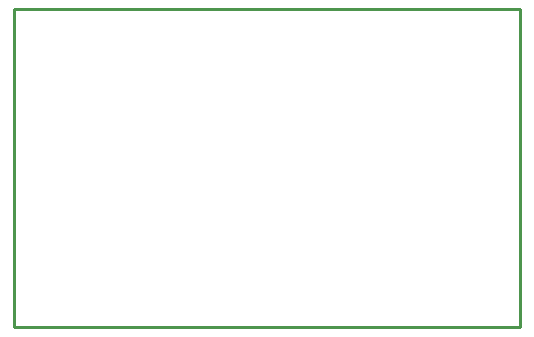
<source format=gm1>
G04 Layer_Color=16711935*
%FSLAX23Y23*%
%MOIN*%
G70*
G01*
G75*
%ADD18C,0.010*%
D18*
X3895Y2895D02*
X3895Y3955D01*
X3895Y2895D02*
X5580Y2895D01*
X5580Y3955D01*
X3895Y3955D02*
X5580Y3955D01*
M02*

</source>
